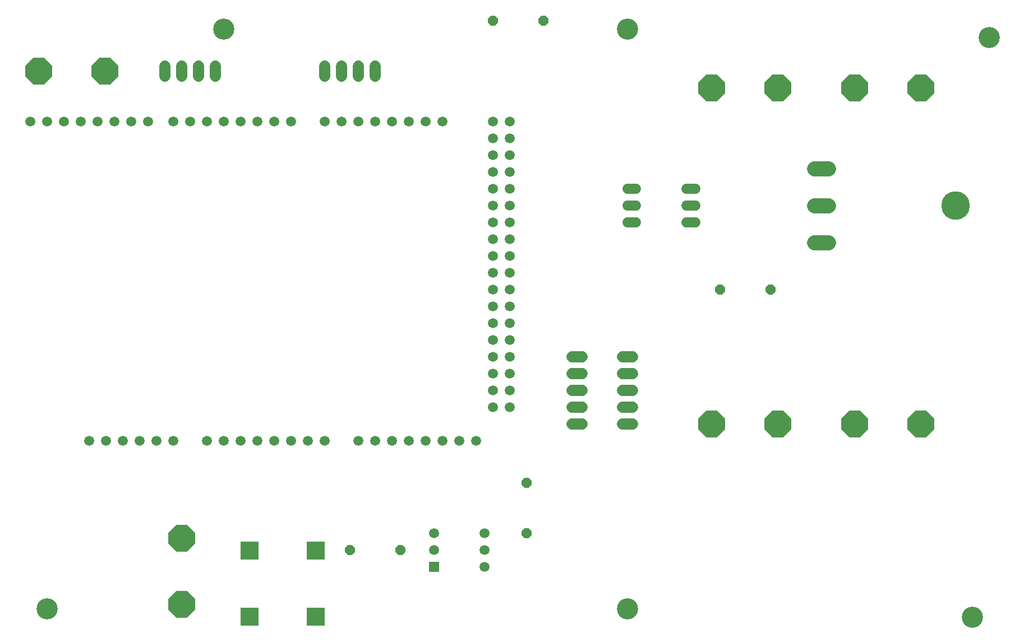
<source format=gts>
G75*
%MOIN*%
%OFA0B0*%
%FSLAX25Y25*%
%IPPOS*%
%LPD*%
%AMOC8*
5,1,8,0,0,1.08239X$1,22.5*
%
%ADD10C,0.12611*%
%ADD11C,0.06000*%
%ADD12OC8,0.06000*%
%ADD13C,0.09050*%
%ADD14C,0.17000*%
%ADD15C,0.05950*%
%ADD16R,0.05950X0.05950*%
%ADD17OC8,0.15800*%
%ADD18C,0.06800*%
%ADD19R,0.10800X0.10800*%
D10*
X0106000Y0065833D03*
X0451000Y0065833D03*
X0656000Y0060833D03*
X0666000Y0405833D03*
X0451000Y0410833D03*
X0211000Y0410833D03*
D11*
X0450800Y0315833D02*
X0456000Y0315833D01*
X0456000Y0305833D02*
X0450800Y0305833D01*
X0450800Y0295833D02*
X0456000Y0295833D01*
X0486000Y0295833D02*
X0491200Y0295833D01*
X0491200Y0305833D02*
X0486000Y0305833D01*
X0486000Y0315833D02*
X0491200Y0315833D01*
D12*
X0506000Y0255833D03*
X0536000Y0255833D03*
X0391000Y0140833D03*
X0391000Y0110833D03*
X0316000Y0100833D03*
X0286000Y0100833D03*
X0371000Y0415833D03*
X0401000Y0415833D03*
D13*
X0561875Y0327833D02*
X0570125Y0327833D01*
X0570125Y0305833D02*
X0561875Y0305833D01*
X0561875Y0283833D02*
X0570125Y0283833D01*
D14*
X0646000Y0305833D03*
D15*
X0381000Y0305833D03*
X0371000Y0305833D03*
X0371000Y0295833D03*
X0381000Y0295833D03*
X0381000Y0285833D03*
X0371000Y0285833D03*
X0371000Y0275833D03*
X0381000Y0275833D03*
X0381000Y0265833D03*
X0371000Y0265833D03*
X0371000Y0255833D03*
X0381000Y0255833D03*
X0381000Y0245833D03*
X0371000Y0245833D03*
X0371000Y0235833D03*
X0381000Y0235833D03*
X0381000Y0225833D03*
X0371000Y0225833D03*
X0371000Y0215833D03*
X0381000Y0215833D03*
X0381000Y0205833D03*
X0371000Y0205833D03*
X0371000Y0195833D03*
X0381000Y0195833D03*
X0381000Y0185833D03*
X0371000Y0185833D03*
X0361000Y0165833D03*
X0351000Y0165833D03*
X0341000Y0165833D03*
X0331000Y0165833D03*
X0321000Y0165833D03*
X0311000Y0165833D03*
X0301000Y0165833D03*
X0291000Y0165833D03*
X0271000Y0165833D03*
X0261000Y0165833D03*
X0251000Y0165833D03*
X0241000Y0165833D03*
X0231000Y0165833D03*
X0221000Y0165833D03*
X0211000Y0165833D03*
X0201000Y0165833D03*
X0181000Y0165833D03*
X0171000Y0165833D03*
X0161000Y0165833D03*
X0151000Y0165833D03*
X0141000Y0165833D03*
X0131000Y0165833D03*
X0336000Y0110833D03*
X0336000Y0100833D03*
X0366000Y0100833D03*
X0366000Y0090833D03*
X0366000Y0110833D03*
X0371000Y0315833D03*
X0381000Y0315833D03*
X0381000Y0325833D03*
X0371000Y0325833D03*
X0371000Y0335833D03*
X0381000Y0335833D03*
X0381000Y0345833D03*
X0371000Y0345833D03*
X0371000Y0355833D03*
X0381000Y0355833D03*
X0341000Y0355833D03*
X0331000Y0355833D03*
X0321000Y0355833D03*
X0311000Y0355833D03*
X0301000Y0355833D03*
X0291000Y0355833D03*
X0281000Y0355833D03*
X0271000Y0355833D03*
X0251000Y0355833D03*
X0241000Y0355833D03*
X0231000Y0355833D03*
X0221000Y0355833D03*
X0211000Y0355833D03*
X0201000Y0355833D03*
X0191000Y0355833D03*
X0181000Y0355833D03*
X0166000Y0355833D03*
X0156000Y0355833D03*
X0146000Y0355833D03*
X0136000Y0355833D03*
X0126000Y0355833D03*
X0116000Y0355833D03*
X0106000Y0355833D03*
X0096000Y0355833D03*
D16*
X0336000Y0090833D03*
D17*
X0186000Y0107703D03*
X0186000Y0068333D03*
X0501000Y0175833D03*
X0540370Y0175833D03*
X0586000Y0175833D03*
X0625370Y0175833D03*
X0625370Y0375833D03*
X0586000Y0375833D03*
X0540370Y0375833D03*
X0501000Y0375833D03*
X0140370Y0385833D03*
X0101000Y0385833D03*
D18*
X0176000Y0388833D02*
X0176000Y0382833D01*
X0186000Y0382833D02*
X0186000Y0388833D01*
X0196000Y0388833D02*
X0196000Y0382833D01*
X0206000Y0382833D02*
X0206000Y0388833D01*
X0271000Y0388833D02*
X0271000Y0382833D01*
X0281000Y0382833D02*
X0281000Y0388833D01*
X0291000Y0388833D02*
X0291000Y0382833D01*
X0301000Y0382833D02*
X0301000Y0388833D01*
X0418000Y0215833D02*
X0424000Y0215833D01*
X0424000Y0205833D02*
X0418000Y0205833D01*
X0418000Y0195833D02*
X0424000Y0195833D01*
X0424000Y0185833D02*
X0418000Y0185833D01*
X0418000Y0175833D02*
X0424000Y0175833D01*
X0448000Y0175833D02*
X0454000Y0175833D01*
X0454000Y0185833D02*
X0448000Y0185833D01*
X0448000Y0195833D02*
X0454000Y0195833D01*
X0454000Y0205833D02*
X0448000Y0205833D01*
X0448000Y0215833D02*
X0454000Y0215833D01*
D19*
X0265685Y0100518D03*
X0226315Y0100518D03*
X0226315Y0061148D03*
X0265685Y0061148D03*
M02*

</source>
